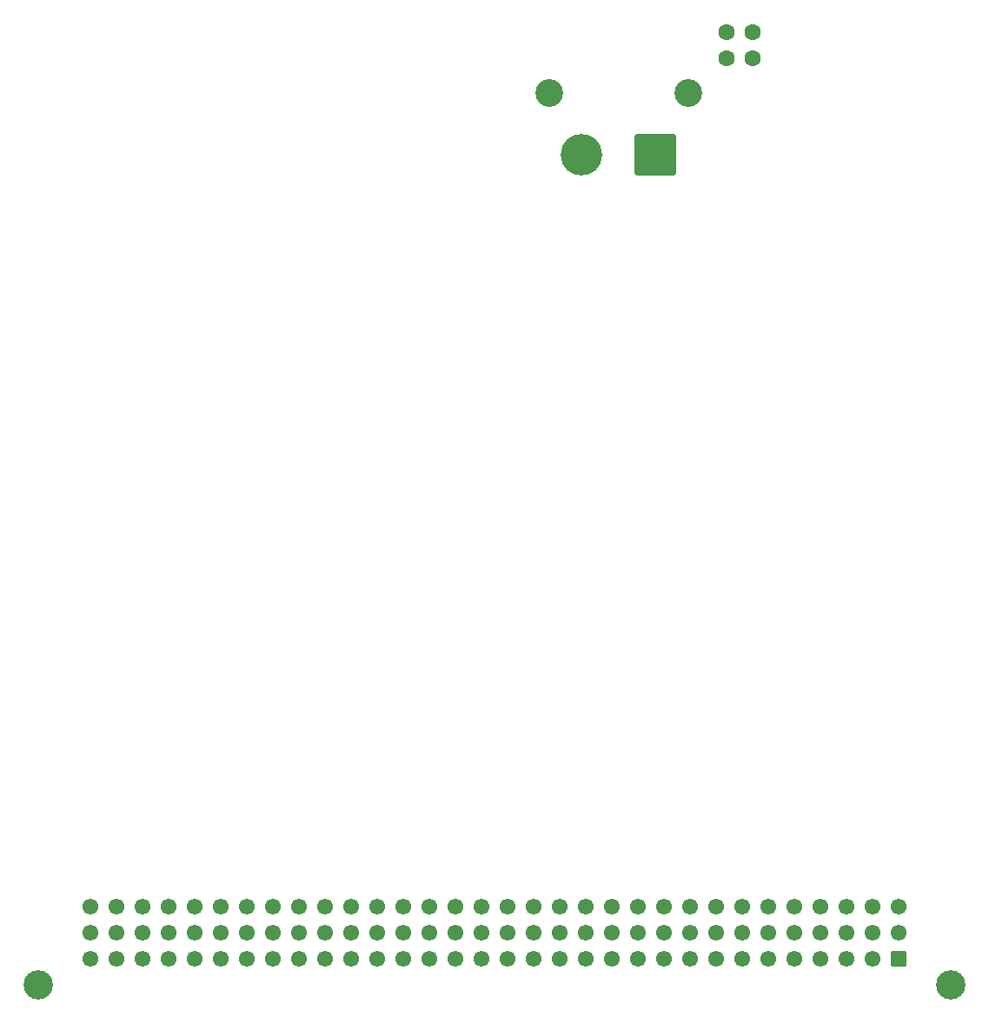
<source format=gbr>
%TF.GenerationSoftware,KiCad,Pcbnew,8.0.9-8.0.9-0~ubuntu24.04.1*%
%TF.CreationDate,2025-02-20T23:56:17+00:00*%
%TF.ProjectId,TPB,5450422e-6b69-4636-9164-5f7063625858,1.0.0*%
%TF.SameCoordinates,Original*%
%TF.FileFunction,Soldermask,Bot*%
%TF.FilePolarity,Negative*%
%FSLAX46Y46*%
G04 Gerber Fmt 4.6, Leading zero omitted, Abs format (unit mm)*
G04 Created by KiCad (PCBNEW 8.0.9-8.0.9-0~ubuntu24.04.1) date 2025-02-20 23:56:17*
%MOMM*%
%LPD*%
G01*
G04 APERTURE LIST*
G04 Aperture macros list*
%AMRoundRect*
0 Rectangle with rounded corners*
0 $1 Rounding radius*
0 $2 $3 $4 $5 $6 $7 $8 $9 X,Y pos of 4 corners*
0 Add a 4 corners polygon primitive as box body*
4,1,4,$2,$3,$4,$5,$6,$7,$8,$9,$2,$3,0*
0 Add four circle primitives for the rounded corners*
1,1,$1+$1,$2,$3*
1,1,$1+$1,$4,$5*
1,1,$1+$1,$6,$7*
1,1,$1+$1,$8,$9*
0 Add four rect primitives between the rounded corners*
20,1,$1+$1,$2,$3,$4,$5,0*
20,1,$1+$1,$4,$5,$6,$7,0*
20,1,$1+$1,$6,$7,$8,$9,0*
20,1,$1+$1,$8,$9,$2,$3,0*%
G04 Aperture macros list end*
%ADD10C,2.850000*%
%ADD11RoundRect,0.249999X0.525001X0.525001X-0.525001X0.525001X-0.525001X-0.525001X0.525001X-0.525001X0*%
%ADD12C,1.550000*%
%ADD13C,2.700000*%
%ADD14RoundRect,0.250000X-1.775000X-1.775000X1.775000X-1.775000X1.775000X1.775000X-1.775000X1.775000X0*%
%ADD15C,4.050000*%
%ADD16C,1.600000*%
G04 APERTURE END LIST*
D10*
%TO.C,J200*%
X133820000Y-148515000D03*
X44920000Y-148515000D03*
D11*
X128740000Y-145975000D03*
D12*
X126200000Y-145975000D03*
X123660000Y-145975000D03*
X121120000Y-145975000D03*
X118580000Y-145975000D03*
X116040000Y-145975000D03*
X113500000Y-145975000D03*
X110960000Y-145975000D03*
X108420000Y-145975000D03*
X105880000Y-145975000D03*
X103340000Y-145975000D03*
X100800000Y-145975000D03*
X98260000Y-145975000D03*
X95720000Y-145975000D03*
X93180000Y-145975000D03*
X90640000Y-145975000D03*
X88100000Y-145975000D03*
X85560000Y-145975000D03*
X83020000Y-145975000D03*
X80480000Y-145975000D03*
X77940000Y-145975000D03*
X75400000Y-145975000D03*
X72860000Y-145975000D03*
X70320000Y-145975000D03*
X67780000Y-145975000D03*
X65240000Y-145975000D03*
X62700000Y-145975000D03*
X60160000Y-145975000D03*
X57620000Y-145975000D03*
X55080000Y-145975000D03*
X52540000Y-145975000D03*
X50000000Y-145975000D03*
X128740000Y-143435000D03*
X126200000Y-143435000D03*
X123660000Y-143435000D03*
X121120000Y-143435000D03*
X118580000Y-143435000D03*
X116040000Y-143435000D03*
X113500000Y-143435000D03*
X110960000Y-143435000D03*
X108420000Y-143435000D03*
X105880000Y-143435000D03*
X103340000Y-143435000D03*
X100800000Y-143435000D03*
X98260000Y-143435000D03*
X95720000Y-143435000D03*
X93180000Y-143435000D03*
X90640000Y-143435000D03*
X88100000Y-143435000D03*
X85560000Y-143435000D03*
X83020000Y-143435000D03*
X80480000Y-143435000D03*
X77940000Y-143435000D03*
X75400000Y-143435000D03*
X72860000Y-143435000D03*
X70320000Y-143435000D03*
X67780000Y-143435000D03*
X65240000Y-143435000D03*
X62700000Y-143435000D03*
X60160000Y-143435000D03*
X57620000Y-143435000D03*
X55080000Y-143435000D03*
X52540000Y-143435000D03*
X50000000Y-143435000D03*
X128740000Y-140895000D03*
X126200000Y-140895000D03*
X123660000Y-140895000D03*
X121120000Y-140895000D03*
X118580000Y-140895000D03*
X116040000Y-140895000D03*
X113500000Y-140895000D03*
X110960000Y-140895000D03*
X108420000Y-140895000D03*
X105880000Y-140895000D03*
X103340000Y-140895000D03*
X100800000Y-140895000D03*
X98260000Y-140895000D03*
X95720000Y-140895000D03*
X93180000Y-140895000D03*
X90640000Y-140895000D03*
X88100000Y-140895000D03*
X85560000Y-140895000D03*
X83020000Y-140895000D03*
X80480000Y-140895000D03*
X77940000Y-140895000D03*
X75400000Y-140895000D03*
X72860000Y-140895000D03*
X70320000Y-140895000D03*
X67780000Y-140895000D03*
X65240000Y-140895000D03*
X62700000Y-140895000D03*
X60160000Y-140895000D03*
X57620000Y-140895000D03*
X55080000Y-140895000D03*
X52540000Y-140895000D03*
X50000000Y-140895000D03*
%TD*%
D13*
%TO.C,J400*%
X94720000Y-61647501D03*
X108220000Y-61647501D03*
D14*
X105070000Y-67647501D03*
D15*
X97870000Y-67647501D03*
%TD*%
D16*
%TO.C,LED400*%
X111983600Y-55725844D03*
X114523600Y-55725844D03*
X111983600Y-58265844D03*
X114523600Y-58265844D03*
%TD*%
M02*

</source>
